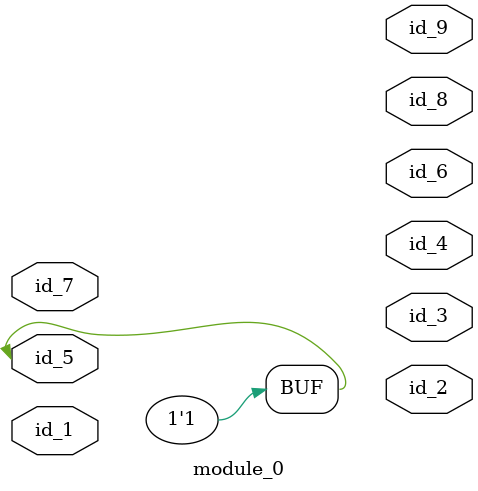
<source format=v>
module module_0 (
    id_1,
    id_2,
    id_3,
    id_4,
    id_5,
    id_6,
    id_7,
    id_8,
    id_9
);
  output id_9;
  output id_8;
  input id_7;
  output id_6;
  input id_5;
  output id_4;
  output id_3;
  output id_2;
  input id_1;
  assign id_5 = 1;
endmodule

</source>
